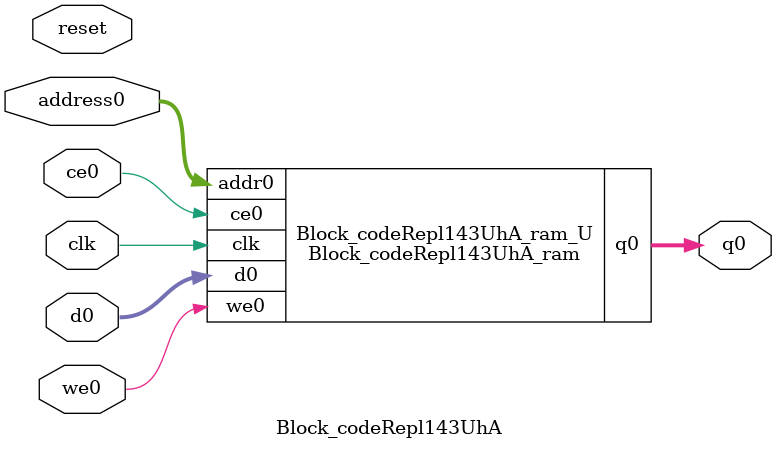
<source format=v>
`timescale 1 ns / 1 ps
module Block_codeRepl143UhA_ram (addr0, ce0, d0, we0, q0,  clk);

parameter DWIDTH = 4;
parameter AWIDTH = 6;
parameter MEM_SIZE = 64;

input[AWIDTH-1:0] addr0;
input ce0;
input[DWIDTH-1:0] d0;
input we0;
output reg[DWIDTH-1:0] q0;
input clk;

(* ram_style = "distributed" *)reg [DWIDTH-1:0] ram[0:MEM_SIZE-1];




always @(posedge clk)  
begin 
    if (ce0) begin
        if (we0) 
            ram[addr0] <= d0; 
        q0 <= ram[addr0];
    end
end


endmodule

`timescale 1 ns / 1 ps
module Block_codeRepl143UhA(
    reset,
    clk,
    address0,
    ce0,
    we0,
    d0,
    q0);

parameter DataWidth = 32'd4;
parameter AddressRange = 32'd64;
parameter AddressWidth = 32'd6;
input reset;
input clk;
input[AddressWidth - 1:0] address0;
input ce0;
input we0;
input[DataWidth - 1:0] d0;
output[DataWidth - 1:0] q0;



Block_codeRepl143UhA_ram Block_codeRepl143UhA_ram_U(
    .clk( clk ),
    .addr0( address0 ),
    .ce0( ce0 ),
    .we0( we0 ),
    .d0( d0 ),
    .q0( q0 ));

endmodule


</source>
